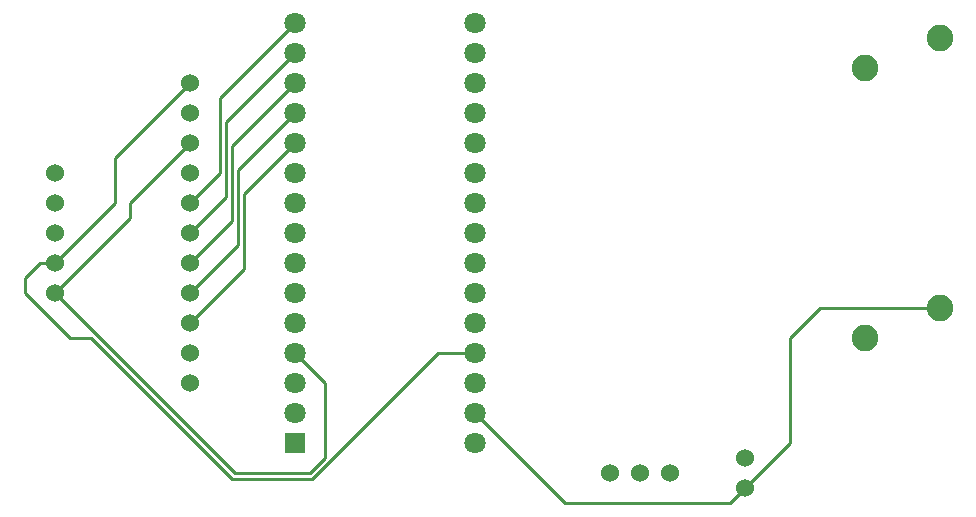
<source format=gbl>
G04 #@! TF.GenerationSoftware,KiCad,Pcbnew,(5.1.5)-3*
G04 #@! TF.CreationDate,2020-05-07T09:23:51-07:00*
G04 #@! TF.ProjectId,Pcb,5063622e-6b69-4636-9164-5f7063625858,rev?*
G04 #@! TF.SameCoordinates,Original*
G04 #@! TF.FileFunction,Copper,L2,Bot*
G04 #@! TF.FilePolarity,Positive*
%FSLAX46Y46*%
G04 Gerber Fmt 4.6, Leading zero omitted, Abs format (unit mm)*
G04 Created by KiCad (PCBNEW (5.1.5)-3) date 2020-05-07 09:23:51*
%MOMM*%
%LPD*%
G04 APERTURE LIST*
%ADD10C,1.524000*%
%ADD11C,2.250000*%
%ADD12R,1.800000X1.800000*%
%ADD13C,1.800000*%
%ADD14C,0.254000*%
G04 APERTURE END LIST*
D10*
X114300000Y-77470000D03*
X111760000Y-77470000D03*
X109220000Y-77470000D03*
X120650000Y-76200000D03*
X120650000Y-78740000D03*
X73660000Y-44450000D03*
X73660000Y-46990000D03*
X73660000Y-49530000D03*
X73660000Y-52070000D03*
X73660000Y-54610000D03*
X73660000Y-57150000D03*
X73660000Y-59690000D03*
X73660000Y-62230000D03*
X73660000Y-64770000D03*
X73660000Y-67310000D03*
X73660000Y-69850000D03*
D11*
X130810000Y-43180000D03*
X137160000Y-40640000D03*
D10*
X62230000Y-52070000D03*
X62230000Y-54610000D03*
X62230000Y-57150000D03*
X62230000Y-59690000D03*
X62230000Y-62230000D03*
D12*
X82550000Y-74930000D03*
D13*
X82550000Y-72390000D03*
X82550000Y-69850000D03*
X82550000Y-67310000D03*
X82550000Y-64770000D03*
X82550000Y-62230000D03*
X82550000Y-59690000D03*
X82550000Y-57150000D03*
X82550000Y-54610000D03*
X82550000Y-52070000D03*
X82550000Y-49530000D03*
X82550000Y-46990000D03*
X82550000Y-44450000D03*
X82550000Y-41910000D03*
X82550000Y-39370000D03*
X97790000Y-39370000D03*
X97790000Y-41910000D03*
X97790000Y-44450000D03*
X97790000Y-46990000D03*
X97790000Y-49530000D03*
X97790000Y-52070000D03*
X97790000Y-54610000D03*
X97790000Y-57150000D03*
X97790000Y-59690000D03*
X97790000Y-62230000D03*
X97790000Y-64770000D03*
X97790000Y-67310000D03*
X97790000Y-69850000D03*
X97790000Y-72390000D03*
X97790000Y-74930000D03*
D11*
X137160000Y-63500000D03*
X130810000Y-66040000D03*
D14*
X73660000Y-44450000D02*
X67310000Y-50800000D01*
X67310000Y-54610000D02*
X62230000Y-59690000D01*
X67310000Y-50800000D02*
X67310000Y-54610000D01*
X94698434Y-67310000D02*
X97790000Y-67310000D01*
X84030424Y-77978010D02*
X94698434Y-67310000D01*
X84030424Y-77978010D02*
X77259576Y-77978010D01*
X77259576Y-77978010D02*
X65321566Y-66040000D01*
X65321566Y-66040000D02*
X63500000Y-66040000D01*
X63500000Y-66040000D02*
X59690000Y-62230000D01*
X59690000Y-62230000D02*
X59690000Y-60960000D01*
X59690000Y-60960000D02*
X60960000Y-59690000D01*
X60960000Y-59690000D02*
X62230000Y-59690000D01*
X73660000Y-54610000D02*
X76200000Y-52070000D01*
X76200000Y-45720000D02*
X82550000Y-39370000D01*
X76200000Y-52070000D02*
X76200000Y-45720000D01*
X81650001Y-42809999D02*
X82550000Y-41910000D01*
X76708010Y-47751990D02*
X81650001Y-42809999D01*
X76708010Y-54101990D02*
X76708010Y-47751990D01*
X73660000Y-57150000D02*
X76708010Y-54101990D01*
X81650001Y-45349999D02*
X82550000Y-44450000D01*
X77216020Y-49783980D02*
X81650001Y-45349999D01*
X77216020Y-56133980D02*
X77216020Y-49783980D01*
X73660000Y-59690000D02*
X77216020Y-56133980D01*
X77724030Y-51815970D02*
X81650001Y-47889999D01*
X81650001Y-47889999D02*
X82550000Y-46990000D01*
X77724030Y-58165970D02*
X77724030Y-51815970D01*
X73660000Y-62230000D02*
X77724030Y-58165970D01*
X81650001Y-50429999D02*
X82550000Y-49530000D01*
X78232040Y-60197960D02*
X78232040Y-53847960D01*
X78232040Y-53847960D02*
X81650001Y-50429999D01*
X73660000Y-64770000D02*
X78232040Y-60197960D01*
X124460000Y-66040000D02*
X124460000Y-74930000D01*
X124460000Y-74930000D02*
X120650000Y-78740000D01*
X137160000Y-63500000D02*
X127000000Y-63500000D01*
X127000000Y-63500000D02*
X124460000Y-66040000D01*
X73660000Y-49530000D02*
X68580000Y-54610000D01*
X68580000Y-55880000D02*
X62230000Y-62230000D01*
X68580000Y-54610000D02*
X68580000Y-55880000D01*
X85090000Y-76200000D02*
X85090000Y-69850000D01*
X62230000Y-62230000D02*
X77470000Y-77470000D01*
X85090000Y-69850000D02*
X82550000Y-67310000D01*
X83820000Y-77470000D02*
X85090000Y-76200000D01*
X77470000Y-77470000D02*
X83820000Y-77470000D01*
X97790000Y-72390000D02*
X105410000Y-80010000D01*
X119380000Y-80010000D02*
X120650000Y-78740000D01*
X105410000Y-80010000D02*
X119380000Y-80010000D01*
M02*

</source>
